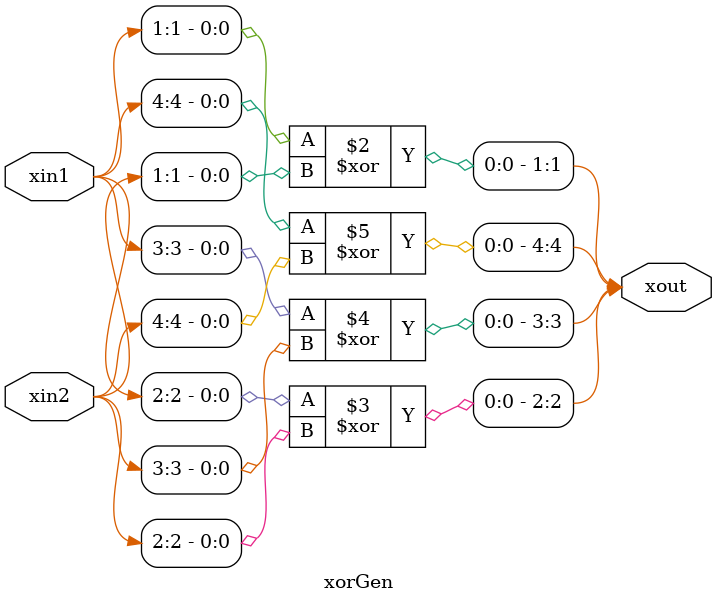
<source format=v>
`timescale 1ns / 1ps


module xorGen
    #(parameter width = 4,
               delay = 10)
    (output [1:width] xout,
     input [1:width] xin1, xin2
      );
      
      generate
      genvar i;
      
      for(i=0; i<=width; i=i+1)
      begin
        assign #delay
            xout[i] = xin1[i] ^ xin2[i];
      end
      endgenerate      
endmodule

</source>
